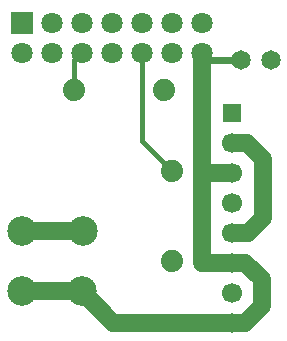
<source format=gtl>
G04 Layer: TopLayer*
G04 EasyEDA v6.5.22, 2023-03-24 07:10:57*
G04 6991770a96b14d5289c1552341fa82f2,10*
G04 Gerber Generator version 0.2*
G04 Scale: 100 percent, Rotated: No, Reflected: No *
G04 Dimensions in millimeters *
G04 leading zeros omitted , absolute positions ,4 integer and 5 decimal *
%FSLAX45Y45*%
%MOMM*%

%AMMACRO1*21,1,$1,$2,0,0,$3*%
%ADD10C,1.5000*%
%ADD11C,0.4000*%
%ADD12C,0.6000*%
%ADD13C,1.8796*%
%ADD14MACRO1,1.8X1.8X0.0000*%
%ADD15C,1.8000*%
%ADD16MACRO1,1.5X1.5X-90.0000*%
%ADD17C,1.7000*%
%ADD18C,1.6510*%
%ADD19C,2.5000*%

%LPD*%
D10*
X2032000Y1524000D02*
G01*
X1778000Y1523492D01*
X1778000Y762000D01*
X1778000Y762000D01*
X2032000Y762000D01*
D11*
X698500Y2222500D02*
G01*
X698500Y2476500D01*
X762000Y2540000D01*
X1270000Y2540000D02*
G01*
X1270000Y1790700D01*
X1524000Y1536700D01*
D10*
X2032000Y1524000D02*
G01*
X1988715Y1524000D01*
X762000Y520700D02*
G01*
X254000Y520700D01*
X2032000Y1524000D02*
G01*
X1778000Y1524000D01*
X1778000Y1676400D01*
X1778000Y2540000D01*
X762000Y520700D02*
G01*
X1028700Y254000D01*
X2032000Y254000D01*
X2032000Y254000D01*
X2032000Y254000D02*
G01*
X2146300Y254000D01*
X2286000Y393700D01*
X2286000Y622300D01*
X2146300Y762000D01*
X2032000Y762000D01*
X2032000Y1016000D02*
G01*
X2171700Y1016000D01*
X2298700Y1143000D01*
X2298700Y1638300D01*
X2159000Y1778000D01*
X2032000Y1778000D01*
X254000Y1028700D02*
G01*
X774700Y1028700D01*
D12*
X2108200Y2476500D02*
G01*
X1841500Y2476500D01*
X1778000Y2540000D01*
D13*
G01*
X1524000Y1536700D03*
G01*
X1524000Y774700D03*
D14*
G01*
X254000Y2794000D03*
D15*
G01*
X254000Y2540000D03*
G01*
X508000Y2794000D03*
G01*
X508000Y2540000D03*
G01*
X762000Y2794000D03*
G01*
X762000Y2540000D03*
G01*
X1016000Y2794000D03*
G01*
X1016000Y2540000D03*
G01*
X1270000Y2794000D03*
G01*
X1270000Y2540000D03*
G01*
X1524000Y2794000D03*
G01*
X1524000Y2540000D03*
G01*
X1778000Y2794000D03*
G01*
X1778000Y2540000D03*
D16*
G01*
X2032000Y2031998D03*
D17*
G01*
X2032000Y1778000D03*
G01*
X2032000Y1524000D03*
G01*
X2032000Y1270000D03*
G01*
X2032000Y1016000D03*
G01*
X2032000Y762000D03*
G01*
X2032000Y508000D03*
G01*
X2032000Y254000D03*
D13*
G01*
X1460500Y2222500D03*
G01*
X698500Y2222500D03*
D18*
G01*
X2362200Y2476500D03*
G01*
X2108200Y2476500D03*
D19*
G01*
X762000Y520700D03*
G01*
X254000Y1028700D03*
G01*
X774700Y1028700D03*
G01*
X254000Y520700D03*
M02*

</source>
